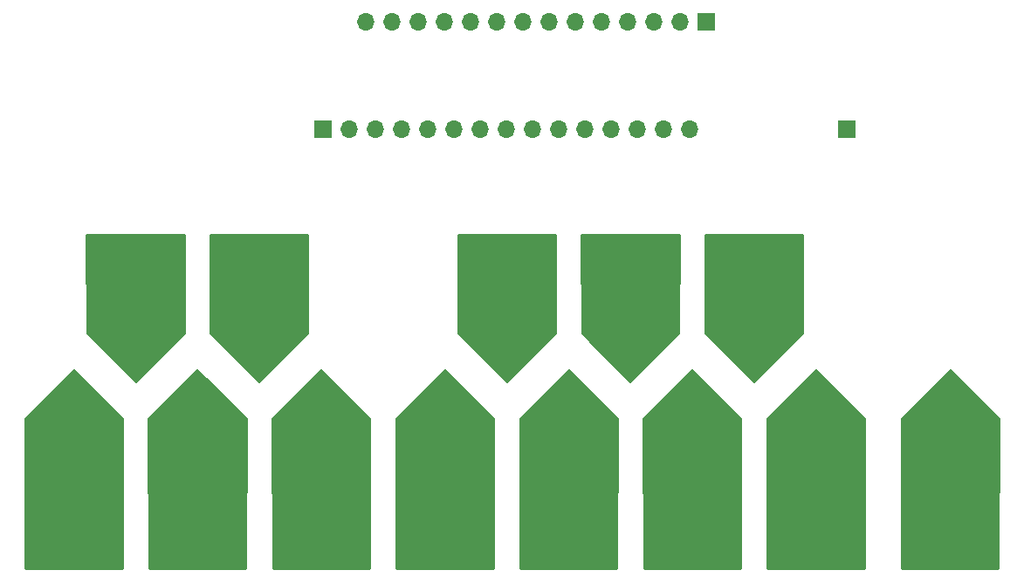
<source format=gbr>
%TF.GenerationSoftware,KiCad,Pcbnew,(6.0.5)*%
%TF.CreationDate,2022-09-04T14:03:00+01:00*%
%TF.ProjectId,MPR121TouchKeyboard,4d505231-3231-4546-9f75-63684b657962,rev?*%
%TF.SameCoordinates,Original*%
%TF.FileFunction,Soldermask,Top*%
%TF.FilePolarity,Negative*%
%FSLAX46Y46*%
G04 Gerber Fmt 4.6, Leading zero omitted, Abs format (unit mm)*
G04 Created by KiCad (PCBNEW (6.0.5)) date 2022-09-04 14:03:00*
%MOMM*%
%LPD*%
G01*
G04 APERTURE LIST*
%ADD10C,0.300000*%
%ADD11R,1.700000X1.700000*%
%ADD12O,1.700000X1.700000*%
G04 APERTURE END LIST*
%TO.C,J10*%
G36*
X164670000Y-95140000D02*
G01*
X164650000Y-109650000D01*
X155380000Y-109630000D01*
X155350000Y-95140000D01*
X160000000Y-90460000D01*
X164670000Y-95140000D01*
G37*
D10*
X164670000Y-95140000D02*
X164650000Y-109650000D01*
X155380000Y-109630000D01*
X155350000Y-95140000D01*
X160000000Y-90460000D01*
X164670000Y-95140000D01*
%TO.C,J5*%
G36*
X128670000Y-95140000D02*
G01*
X128650000Y-109650000D01*
X119380000Y-109630000D01*
X119350000Y-95140000D01*
X124000000Y-90460000D01*
X128670000Y-95140000D01*
G37*
X128670000Y-95140000D02*
X128650000Y-109650000D01*
X119380000Y-109630000D01*
X119350000Y-95140000D01*
X124000000Y-90460000D01*
X128670000Y-95140000D01*
%TO.C,J12*%
G36*
X176670000Y-95140000D02*
G01*
X176650000Y-109650000D01*
X167380000Y-109630000D01*
X167350000Y-95140000D01*
X172000000Y-90460000D01*
X176670000Y-95140000D01*
G37*
X176670000Y-95140000D02*
X176650000Y-109650000D01*
X167380000Y-109630000D01*
X167350000Y-95140000D01*
X172000000Y-90460000D01*
X176670000Y-95140000D01*
%TO.C,J7*%
G36*
X146660000Y-86870000D02*
G01*
X142000000Y-91530000D01*
X137360000Y-86850000D01*
X137330000Y-77330000D01*
X146670000Y-77330000D01*
X146660000Y-86870000D01*
G37*
X146660000Y-86870000D02*
X142000000Y-91530000D01*
X137360000Y-86850000D01*
X137330000Y-77330000D01*
X146670000Y-77330000D01*
X146660000Y-86870000D01*
%TO.C,J13*%
G36*
X189670000Y-95140000D02*
G01*
X189650000Y-109650000D01*
X180380000Y-109630000D01*
X180350000Y-95140000D01*
X185000000Y-90460000D01*
X189670000Y-95140000D01*
G37*
X189670000Y-95140000D02*
X189650000Y-109650000D01*
X180380000Y-109630000D01*
X180350000Y-95140000D01*
X185000000Y-90460000D01*
X189670000Y-95140000D01*
%TO.C,J4*%
G36*
X122660000Y-86870000D02*
G01*
X118000000Y-91530000D01*
X113360000Y-86850000D01*
X113330000Y-77330000D01*
X122670000Y-77330000D01*
X122660000Y-86870000D01*
G37*
X122660000Y-86870000D02*
X118000000Y-91530000D01*
X113360000Y-86850000D01*
X113330000Y-77330000D01*
X122670000Y-77330000D01*
X122660000Y-86870000D01*
%TO.C,J3*%
G36*
X116670000Y-95140000D02*
G01*
X116650000Y-109650000D01*
X107380000Y-109630000D01*
X107350000Y-95140000D01*
X112000000Y-90460000D01*
X116670000Y-95140000D01*
G37*
X116670000Y-95140000D02*
X116650000Y-109650000D01*
X107380000Y-109630000D01*
X107350000Y-95140000D01*
X112000000Y-90460000D01*
X116670000Y-95140000D01*
%TO.C,J6*%
G36*
X140670000Y-95140000D02*
G01*
X140650000Y-109650000D01*
X131380000Y-109630000D01*
X131350000Y-95140000D01*
X136000000Y-90460000D01*
X140670000Y-95140000D01*
G37*
X140670000Y-95140000D02*
X140650000Y-109650000D01*
X131380000Y-109630000D01*
X131350000Y-95140000D01*
X136000000Y-90460000D01*
X140670000Y-95140000D01*
%TO.C,J8*%
G36*
X152670000Y-95140000D02*
G01*
X152650000Y-109650000D01*
X143380000Y-109630000D01*
X143350000Y-95140000D01*
X148000000Y-90460000D01*
X152670000Y-95140000D01*
G37*
X152670000Y-95140000D02*
X152650000Y-109650000D01*
X143380000Y-109630000D01*
X143350000Y-95140000D01*
X148000000Y-90460000D01*
X152670000Y-95140000D01*
%TO.C,J1*%
G36*
X104670000Y-95140000D02*
G01*
X104650000Y-109650000D01*
X95380000Y-109630000D01*
X95350000Y-95140000D01*
X100000000Y-90460000D01*
X104670000Y-95140000D01*
G37*
X104670000Y-95140000D02*
X104650000Y-109650000D01*
X95380000Y-109630000D01*
X95350000Y-95140000D01*
X100000000Y-90460000D01*
X104670000Y-95140000D01*
%TO.C,J11*%
G36*
X170660000Y-86870000D02*
G01*
X166000000Y-91530000D01*
X161360000Y-86850000D01*
X161330000Y-77330000D01*
X170670000Y-77330000D01*
X170660000Y-86870000D01*
G37*
X170660000Y-86870000D02*
X166000000Y-91530000D01*
X161360000Y-86850000D01*
X161330000Y-77330000D01*
X170670000Y-77330000D01*
X170660000Y-86870000D01*
%TO.C,J9*%
G36*
X158660000Y-86870000D02*
G01*
X154000000Y-91530000D01*
X149360000Y-86850000D01*
X149330000Y-77330000D01*
X158670000Y-77330000D01*
X158660000Y-86870000D01*
G37*
X158660000Y-86870000D02*
X154000000Y-91530000D01*
X149360000Y-86850000D01*
X149330000Y-77330000D01*
X158670000Y-77330000D01*
X158660000Y-86870000D01*
%TO.C,J2*%
G36*
X110660000Y-86870000D02*
G01*
X106000000Y-91530000D01*
X101360000Y-86850000D01*
X101330000Y-77330000D01*
X110670000Y-77330000D01*
X110660000Y-86870000D01*
G37*
X110660000Y-86870000D02*
X106000000Y-91530000D01*
X101360000Y-86850000D01*
X101330000Y-77330000D01*
X110670000Y-77330000D01*
X110660000Y-86870000D01*
%TD*%
D11*
%TO.C,J15*%
X124200000Y-67000000D03*
D12*
X126740000Y-67000000D03*
X129280000Y-67000000D03*
X131820000Y-67000000D03*
X134360000Y-67000000D03*
X136900000Y-67000000D03*
X139440000Y-67000000D03*
X141980000Y-67000000D03*
X144520000Y-67000000D03*
X147060000Y-67000000D03*
X149600000Y-67000000D03*
X152140000Y-67000000D03*
X154680000Y-67000000D03*
X157220000Y-67000000D03*
X159760000Y-67000000D03*
%TD*%
D11*
%TO.C,J14*%
X175000000Y-67000000D03*
%TD*%
%TO.C,J29*%
X161370000Y-56660000D03*
D12*
X158830000Y-56660000D03*
X156290000Y-56660000D03*
X153750000Y-56660000D03*
X151210000Y-56660000D03*
X148670000Y-56660000D03*
X146130000Y-56660000D03*
X143590000Y-56660000D03*
X141050000Y-56660000D03*
X138510000Y-56660000D03*
X135970000Y-56660000D03*
X133430000Y-56660000D03*
X130890000Y-56660000D03*
X128350000Y-56660000D03*
%TD*%
M02*

</source>
